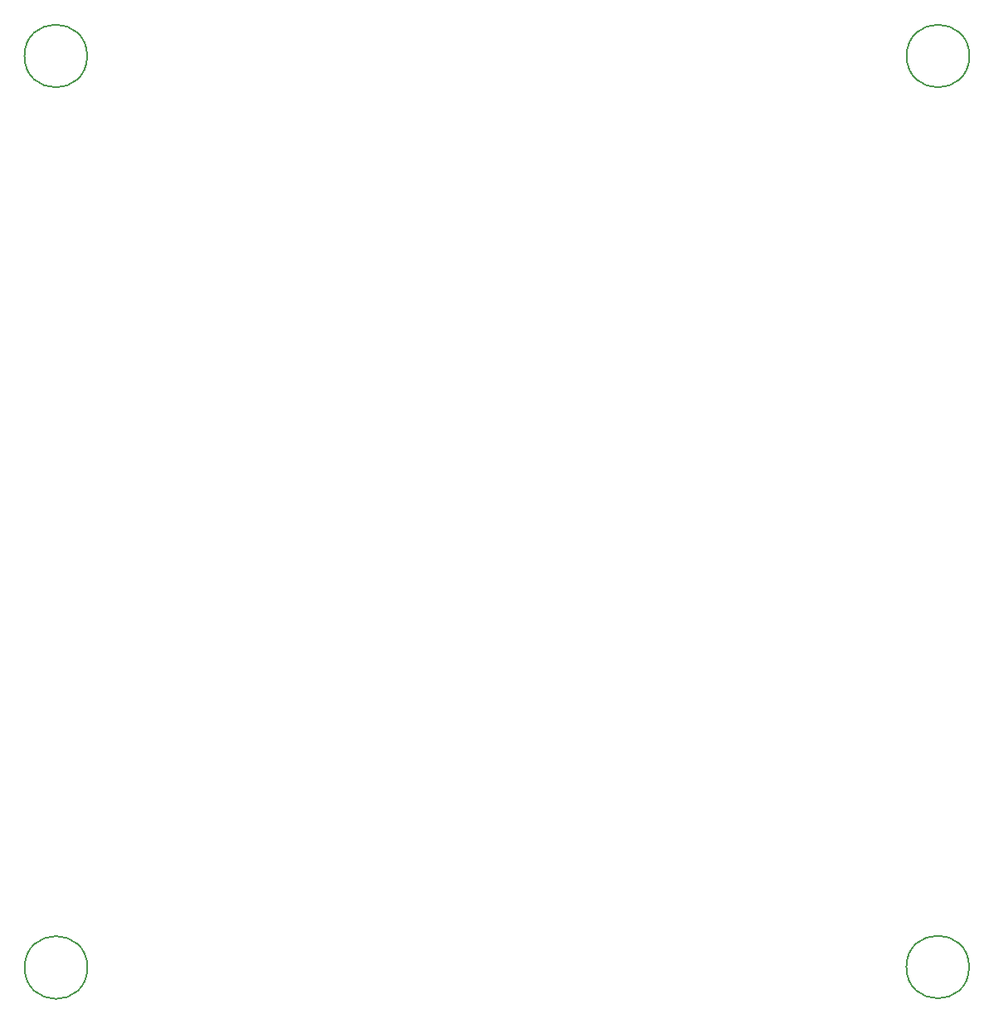
<source format=gbr>
%TF.GenerationSoftware,KiCad,Pcbnew,7.0.7*%
%TF.CreationDate,2023-10-03T09:28:03+02:00*%
%TF.ProjectId,pwmController,70776d43-6f6e-4747-926f-6c6c65722e6b,rev?*%
%TF.SameCoordinates,Original*%
%TF.FileFunction,Other,Comment*%
%FSLAX46Y46*%
G04 Gerber Fmt 4.6, Leading zero omitted, Abs format (unit mm)*
G04 Created by KiCad (PCBNEW 7.0.7) date 2023-10-03 09:28:03*
%MOMM*%
%LPD*%
G01*
G04 APERTURE LIST*
%ADD10C,0.150000*%
G04 APERTURE END LIST*
D10*
%TO.C,REF\u002A\u002A*%
X186673000Y-129450000D02*
G75*
G03*
X186673000Y-129450000I-3200000J0D01*
G01*
X186700000Y-36500000D02*
G75*
G03*
X186700000Y-36500000I-3200000J0D01*
G01*
X96673000Y-36500000D02*
G75*
G03*
X96673000Y-36500000I-3200000J0D01*
G01*
X96700000Y-129500000D02*
G75*
G03*
X96700000Y-129500000I-3200000J0D01*
G01*
%TD*%
M02*

</source>
